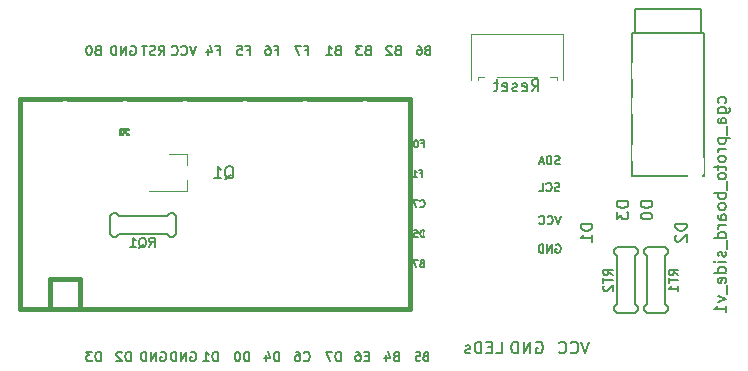
<source format=gbo>
G04 #@! TF.GenerationSoftware,KiCad,Pcbnew,(5.1.9)-1*
G04 #@! TF.CreationDate,2021-05-27T01:04:45-06:00*
G04 #@! TF.ProjectId,cga_proto_boards,6367615f-7072-46f7-946f-5f626f617264,rev?*
G04 #@! TF.SameCoordinates,Original*
G04 #@! TF.FileFunction,Legend,Bot*
G04 #@! TF.FilePolarity,Positive*
%FSLAX46Y46*%
G04 Gerber Fmt 4.6, Leading zero omitted, Abs format (unit mm)*
G04 Created by KiCad (PCBNEW (5.1.9)-1) date 2021-05-27 01:04:45*
%MOMM*%
%LPD*%
G01*
G04 APERTURE LIST*
%ADD10C,0.150000*%
%ADD11C,0.120000*%
%ADD12C,0.381000*%
%ADD13C,0.200000*%
%ADD14O,1.600000X2.200000*%
%ADD15C,1.500000*%
%ADD16C,1.600000*%
%ADD17R,1.200000X1.500000*%
%ADD18R,1.500000X1.200000*%
%ADD19C,1.200000*%
%ADD20C,2.100000*%
%ADD21C,1.750000*%
%ADD22C,0.402000*%
%ADD23C,1.752600*%
%ADD24C,0.700000*%
%ADD25C,4.400000*%
%ADD26R,1.900000X0.800000*%
%ADD27R,1.752600X1.752600*%
%ADD28O,1.700000X1.700000*%
%ADD29C,1.700000*%
%ADD30R,1.700000X1.700000*%
G04 APERTURE END LIST*
D10*
X86129761Y-23424642D02*
X86177380Y-23329404D01*
X86177380Y-23138928D01*
X86129761Y-23043690D01*
X86082142Y-22996071D01*
X85986904Y-22948452D01*
X85701190Y-22948452D01*
X85605952Y-22996071D01*
X85558333Y-23043690D01*
X85510714Y-23138928D01*
X85510714Y-23329404D01*
X85558333Y-23424642D01*
X85510714Y-24281785D02*
X86320238Y-24281785D01*
X86415476Y-24234166D01*
X86463095Y-24186547D01*
X86510714Y-24091309D01*
X86510714Y-23948452D01*
X86463095Y-23853214D01*
X86129761Y-24281785D02*
X86177380Y-24186547D01*
X86177380Y-23996071D01*
X86129761Y-23900833D01*
X86082142Y-23853214D01*
X85986904Y-23805595D01*
X85701190Y-23805595D01*
X85605952Y-23853214D01*
X85558333Y-23900833D01*
X85510714Y-23996071D01*
X85510714Y-24186547D01*
X85558333Y-24281785D01*
X86177380Y-25186547D02*
X85653571Y-25186547D01*
X85558333Y-25138928D01*
X85510714Y-25043690D01*
X85510714Y-24853214D01*
X85558333Y-24757976D01*
X86129761Y-25186547D02*
X86177380Y-25091309D01*
X86177380Y-24853214D01*
X86129761Y-24757976D01*
X86034523Y-24710357D01*
X85939285Y-24710357D01*
X85844047Y-24757976D01*
X85796428Y-24853214D01*
X85796428Y-25091309D01*
X85748809Y-25186547D01*
X86272619Y-25424642D02*
X86272619Y-26186547D01*
X85510714Y-26424642D02*
X86510714Y-26424642D01*
X85558333Y-26424642D02*
X85510714Y-26519880D01*
X85510714Y-26710357D01*
X85558333Y-26805595D01*
X85605952Y-26853214D01*
X85701190Y-26900833D01*
X85986904Y-26900833D01*
X86082142Y-26853214D01*
X86129761Y-26805595D01*
X86177380Y-26710357D01*
X86177380Y-26519880D01*
X86129761Y-26424642D01*
X86177380Y-27329404D02*
X85510714Y-27329404D01*
X85701190Y-27329404D02*
X85605952Y-27377023D01*
X85558333Y-27424642D01*
X85510714Y-27519880D01*
X85510714Y-27615119D01*
X86177380Y-28091309D02*
X86129761Y-27996071D01*
X86082142Y-27948452D01*
X85986904Y-27900833D01*
X85701190Y-27900833D01*
X85605952Y-27948452D01*
X85558333Y-27996071D01*
X85510714Y-28091309D01*
X85510714Y-28234166D01*
X85558333Y-28329404D01*
X85605952Y-28377023D01*
X85701190Y-28424642D01*
X85986904Y-28424642D01*
X86082142Y-28377023D01*
X86129761Y-28329404D01*
X86177380Y-28234166D01*
X86177380Y-28091309D01*
X85510714Y-28710357D02*
X85510714Y-29091309D01*
X85177380Y-28853214D02*
X86034523Y-28853214D01*
X86129761Y-28900833D01*
X86177380Y-28996071D01*
X86177380Y-29091309D01*
X86177380Y-29567500D02*
X86129761Y-29472261D01*
X86082142Y-29424642D01*
X85986904Y-29377023D01*
X85701190Y-29377023D01*
X85605952Y-29424642D01*
X85558333Y-29472261D01*
X85510714Y-29567500D01*
X85510714Y-29710357D01*
X85558333Y-29805595D01*
X85605952Y-29853214D01*
X85701190Y-29900833D01*
X85986904Y-29900833D01*
X86082142Y-29853214D01*
X86129761Y-29805595D01*
X86177380Y-29710357D01*
X86177380Y-29567500D01*
X86272619Y-30091309D02*
X86272619Y-30853214D01*
X86177380Y-31091309D02*
X85177380Y-31091309D01*
X85558333Y-31091309D02*
X85510714Y-31186547D01*
X85510714Y-31377023D01*
X85558333Y-31472261D01*
X85605952Y-31519880D01*
X85701190Y-31567500D01*
X85986904Y-31567500D01*
X86082142Y-31519880D01*
X86129761Y-31472261D01*
X86177380Y-31377023D01*
X86177380Y-31186547D01*
X86129761Y-31091309D01*
X86177380Y-32138928D02*
X86129761Y-32043690D01*
X86082142Y-31996071D01*
X85986904Y-31948452D01*
X85701190Y-31948452D01*
X85605952Y-31996071D01*
X85558333Y-32043690D01*
X85510714Y-32138928D01*
X85510714Y-32281785D01*
X85558333Y-32377023D01*
X85605952Y-32424642D01*
X85701190Y-32472261D01*
X85986904Y-32472261D01*
X86082142Y-32424642D01*
X86129761Y-32377023D01*
X86177380Y-32281785D01*
X86177380Y-32138928D01*
X86177380Y-33329404D02*
X85653571Y-33329404D01*
X85558333Y-33281785D01*
X85510714Y-33186547D01*
X85510714Y-32996071D01*
X85558333Y-32900833D01*
X86129761Y-33329404D02*
X86177380Y-33234166D01*
X86177380Y-32996071D01*
X86129761Y-32900833D01*
X86034523Y-32853214D01*
X85939285Y-32853214D01*
X85844047Y-32900833D01*
X85796428Y-32996071D01*
X85796428Y-33234166D01*
X85748809Y-33329404D01*
X86177380Y-33805595D02*
X85510714Y-33805595D01*
X85701190Y-33805595D02*
X85605952Y-33853214D01*
X85558333Y-33900833D01*
X85510714Y-33996071D01*
X85510714Y-34091309D01*
X86177380Y-34853214D02*
X85177380Y-34853214D01*
X86129761Y-34853214D02*
X86177380Y-34757976D01*
X86177380Y-34567500D01*
X86129761Y-34472261D01*
X86082142Y-34424642D01*
X85986904Y-34377023D01*
X85701190Y-34377023D01*
X85605952Y-34424642D01*
X85558333Y-34472261D01*
X85510714Y-34567500D01*
X85510714Y-34757976D01*
X85558333Y-34853214D01*
X86272619Y-35091309D02*
X86272619Y-35853214D01*
X86129761Y-36043690D02*
X86177380Y-36138928D01*
X86177380Y-36329404D01*
X86129761Y-36424642D01*
X86034523Y-36472261D01*
X85986904Y-36472261D01*
X85891666Y-36424642D01*
X85844047Y-36329404D01*
X85844047Y-36186547D01*
X85796428Y-36091309D01*
X85701190Y-36043690D01*
X85653571Y-36043690D01*
X85558333Y-36091309D01*
X85510714Y-36186547D01*
X85510714Y-36329404D01*
X85558333Y-36424642D01*
X86177380Y-36900833D02*
X85510714Y-36900833D01*
X85177380Y-36900833D02*
X85225000Y-36853214D01*
X85272619Y-36900833D01*
X85225000Y-36948452D01*
X85177380Y-36900833D01*
X85272619Y-36900833D01*
X86177380Y-37805595D02*
X85177380Y-37805595D01*
X86129761Y-37805595D02*
X86177380Y-37710357D01*
X86177380Y-37519880D01*
X86129761Y-37424642D01*
X86082142Y-37377023D01*
X85986904Y-37329404D01*
X85701190Y-37329404D01*
X85605952Y-37377023D01*
X85558333Y-37424642D01*
X85510714Y-37519880D01*
X85510714Y-37710357D01*
X85558333Y-37805595D01*
X86129761Y-38662738D02*
X86177380Y-38567500D01*
X86177380Y-38377023D01*
X86129761Y-38281785D01*
X86034523Y-38234166D01*
X85653571Y-38234166D01*
X85558333Y-38281785D01*
X85510714Y-38377023D01*
X85510714Y-38567500D01*
X85558333Y-38662738D01*
X85653571Y-38710357D01*
X85748809Y-38710357D01*
X85844047Y-38234166D01*
X86272619Y-38900833D02*
X86272619Y-39662738D01*
X85510714Y-39805595D02*
X86177380Y-40043690D01*
X85510714Y-40281785D01*
X86177380Y-41186547D02*
X86177380Y-40615119D01*
X86177380Y-40900833D02*
X85177380Y-40900833D01*
X85320238Y-40805595D01*
X85415476Y-40710357D01*
X85463095Y-40615119D01*
X79954380Y-31773904D02*
X78954380Y-31773904D01*
X78954380Y-32012000D01*
X79002000Y-32154857D01*
X79097238Y-32250095D01*
X79192476Y-32297714D01*
X79382952Y-32345333D01*
X79525809Y-32345333D01*
X79716285Y-32297714D01*
X79811523Y-32250095D01*
X79906761Y-32154857D01*
X79954380Y-32012000D01*
X79954380Y-31773904D01*
X78954380Y-32964380D02*
X78954380Y-33059619D01*
X79002000Y-33154857D01*
X79049619Y-33202476D01*
X79144857Y-33250095D01*
X79335333Y-33297714D01*
X79573428Y-33297714D01*
X79763904Y-33250095D01*
X79859142Y-33202476D01*
X79906761Y-33154857D01*
X79954380Y-33059619D01*
X79954380Y-32964380D01*
X79906761Y-32869142D01*
X79859142Y-32821523D01*
X79763904Y-32773904D01*
X79573428Y-32726285D01*
X79335333Y-32726285D01*
X79144857Y-32773904D01*
X79049619Y-32821523D01*
X79002000Y-32869142D01*
X78954380Y-32964380D01*
X82875380Y-33678904D02*
X81875380Y-33678904D01*
X81875380Y-33917000D01*
X81923000Y-34059857D01*
X82018238Y-34155095D01*
X82113476Y-34202714D01*
X82303952Y-34250333D01*
X82446809Y-34250333D01*
X82637285Y-34202714D01*
X82732523Y-34155095D01*
X82827761Y-34059857D01*
X82875380Y-33917000D01*
X82875380Y-33678904D01*
X81970619Y-34631285D02*
X81923000Y-34678904D01*
X81875380Y-34774142D01*
X81875380Y-35012238D01*
X81923000Y-35107476D01*
X81970619Y-35155095D01*
X82065857Y-35202714D01*
X82161095Y-35202714D01*
X82303952Y-35155095D01*
X82875380Y-34583666D01*
X82875380Y-35202714D01*
X77922380Y-31773904D02*
X76922380Y-31773904D01*
X76922380Y-32012000D01*
X76970000Y-32154857D01*
X77065238Y-32250095D01*
X77160476Y-32297714D01*
X77350952Y-32345333D01*
X77493809Y-32345333D01*
X77684285Y-32297714D01*
X77779523Y-32250095D01*
X77874761Y-32154857D01*
X77922380Y-32012000D01*
X77922380Y-31773904D01*
X76922380Y-32678666D02*
X76922380Y-33297714D01*
X77303333Y-32964380D01*
X77303333Y-33107238D01*
X77350952Y-33202476D01*
X77398571Y-33250095D01*
X77493809Y-33297714D01*
X77731904Y-33297714D01*
X77827142Y-33250095D01*
X77874761Y-33202476D01*
X77922380Y-33107238D01*
X77922380Y-32821523D01*
X77874761Y-32726285D01*
X77827142Y-32678666D01*
X74874380Y-33678904D02*
X73874380Y-33678904D01*
X73874380Y-33917000D01*
X73922000Y-34059857D01*
X74017238Y-34155095D01*
X74112476Y-34202714D01*
X74302952Y-34250333D01*
X74445809Y-34250333D01*
X74636285Y-34202714D01*
X74731523Y-34155095D01*
X74826761Y-34059857D01*
X74874380Y-33917000D01*
X74874380Y-33678904D01*
X74874380Y-35202714D02*
X74874380Y-34631285D01*
X74874380Y-34917000D02*
X73874380Y-34917000D01*
X74017238Y-34821761D01*
X74112476Y-34726523D01*
X74160095Y-34631285D01*
X71780333Y-35464000D02*
X71847000Y-35430666D01*
X71947000Y-35430666D01*
X72047000Y-35464000D01*
X72113666Y-35530666D01*
X72147000Y-35597333D01*
X72180333Y-35730666D01*
X72180333Y-35830666D01*
X72147000Y-35964000D01*
X72113666Y-36030666D01*
X72047000Y-36097333D01*
X71947000Y-36130666D01*
X71880333Y-36130666D01*
X71780333Y-36097333D01*
X71747000Y-36064000D01*
X71747000Y-35830666D01*
X71880333Y-35830666D01*
X71447000Y-36130666D02*
X71447000Y-35430666D01*
X71047000Y-36130666D01*
X71047000Y-35430666D01*
X70713666Y-36130666D02*
X70713666Y-35430666D01*
X70547000Y-35430666D01*
X70447000Y-35464000D01*
X70380333Y-35530666D01*
X70347000Y-35597333D01*
X70313666Y-35730666D01*
X70313666Y-35830666D01*
X70347000Y-35964000D01*
X70380333Y-36030666D01*
X70447000Y-36097333D01*
X70547000Y-36130666D01*
X70713666Y-36130666D01*
X72180333Y-33017666D02*
X71947000Y-33717666D01*
X71713666Y-33017666D01*
X71080333Y-33651000D02*
X71113666Y-33684333D01*
X71213666Y-33717666D01*
X71280333Y-33717666D01*
X71380333Y-33684333D01*
X71447000Y-33617666D01*
X71480333Y-33551000D01*
X71513666Y-33417666D01*
X71513666Y-33317666D01*
X71480333Y-33184333D01*
X71447000Y-33117666D01*
X71380333Y-33051000D01*
X71280333Y-33017666D01*
X71213666Y-33017666D01*
X71113666Y-33051000D01*
X71080333Y-33084333D01*
X70380333Y-33651000D02*
X70413666Y-33684333D01*
X70513666Y-33717666D01*
X70580333Y-33717666D01*
X70680333Y-33684333D01*
X70747000Y-33617666D01*
X70780333Y-33551000D01*
X70813666Y-33417666D01*
X70813666Y-33317666D01*
X70780333Y-33184333D01*
X70747000Y-33117666D01*
X70680333Y-33051000D01*
X70580333Y-33017666D01*
X70513666Y-33017666D01*
X70413666Y-33051000D01*
X70380333Y-33084333D01*
X72080333Y-30890333D02*
X71980333Y-30923666D01*
X71813666Y-30923666D01*
X71747000Y-30890333D01*
X71713666Y-30857000D01*
X71680333Y-30790333D01*
X71680333Y-30723666D01*
X71713666Y-30657000D01*
X71747000Y-30623666D01*
X71813666Y-30590333D01*
X71947000Y-30557000D01*
X72013666Y-30523666D01*
X72047000Y-30490333D01*
X72080333Y-30423666D01*
X72080333Y-30357000D01*
X72047000Y-30290333D01*
X72013666Y-30257000D01*
X71947000Y-30223666D01*
X71780333Y-30223666D01*
X71680333Y-30257000D01*
X70980333Y-30857000D02*
X71013666Y-30890333D01*
X71113666Y-30923666D01*
X71180333Y-30923666D01*
X71280333Y-30890333D01*
X71347000Y-30823666D01*
X71380333Y-30757000D01*
X71413666Y-30623666D01*
X71413666Y-30523666D01*
X71380333Y-30390333D01*
X71347000Y-30323666D01*
X71280333Y-30257000D01*
X71180333Y-30223666D01*
X71113666Y-30223666D01*
X71013666Y-30257000D01*
X70980333Y-30290333D01*
X70347000Y-30923666D02*
X70680333Y-30923666D01*
X70680333Y-30223666D01*
X72097000Y-28604333D02*
X71997000Y-28637666D01*
X71830333Y-28637666D01*
X71763666Y-28604333D01*
X71730333Y-28571000D01*
X71697000Y-28504333D01*
X71697000Y-28437666D01*
X71730333Y-28371000D01*
X71763666Y-28337666D01*
X71830333Y-28304333D01*
X71963666Y-28271000D01*
X72030333Y-28237666D01*
X72063666Y-28204333D01*
X72097000Y-28137666D01*
X72097000Y-28071000D01*
X72063666Y-28004333D01*
X72030333Y-27971000D01*
X71963666Y-27937666D01*
X71797000Y-27937666D01*
X71697000Y-27971000D01*
X71397000Y-28637666D02*
X71397000Y-27937666D01*
X71230333Y-27937666D01*
X71130333Y-27971000D01*
X71063666Y-28037666D01*
X71030333Y-28104333D01*
X70997000Y-28237666D01*
X70997000Y-28337666D01*
X71030333Y-28471000D01*
X71063666Y-28537666D01*
X71130333Y-28604333D01*
X71230333Y-28637666D01*
X71397000Y-28637666D01*
X70730333Y-28437666D02*
X70397000Y-28437666D01*
X70797000Y-28637666D02*
X70563666Y-27937666D01*
X70330333Y-28637666D01*
G04 #@! TO.C,T1*
X78244000Y-17526000D02*
X78244000Y-29626000D01*
X78244000Y-17526000D02*
X84344000Y-17526000D01*
X84344000Y-17526000D02*
X84344000Y-29626000D01*
X78244000Y-29626000D02*
X84344000Y-29626000D01*
X78494000Y-17526000D02*
X78494000Y-15526000D01*
X78494000Y-15526000D02*
X84094000Y-15526000D01*
X84094000Y-17526000D02*
X84094000Y-15526000D01*
G04 #@! TO.C,RT2*
X78740000Y-36195000D02*
X78740000Y-35941000D01*
X78486000Y-36449000D02*
X78740000Y-36195000D01*
X78740000Y-40767000D02*
X78486000Y-40513000D01*
X76708000Y-41021000D02*
X76962000Y-41275000D01*
X76708000Y-35941000D02*
X76708000Y-36195000D01*
X76962000Y-40513000D02*
X76708000Y-40767000D01*
X76962000Y-35687000D02*
X76708000Y-35941000D01*
X76962000Y-41275000D02*
X78486000Y-41275000D01*
X78486000Y-40513000D02*
X78486000Y-36449000D01*
X78740000Y-41021000D02*
X78740000Y-40767000D01*
X76708000Y-40767000D02*
X76708000Y-41021000D01*
X76962000Y-36449000D02*
X76962000Y-40513000D01*
X76708000Y-36195000D02*
X76962000Y-36449000D01*
X78740000Y-35941000D02*
X78486000Y-35687000D01*
X78486000Y-35687000D02*
X76962000Y-35687000D01*
X78486000Y-41275000D02*
X78740000Y-41021000D01*
G04 #@! TO.C,RT1*
X81280000Y-36195000D02*
X81280000Y-35941000D01*
X81026000Y-36449000D02*
X81280000Y-36195000D01*
X81280000Y-40767000D02*
X81026000Y-40513000D01*
X79248000Y-41021000D02*
X79502000Y-41275000D01*
X79248000Y-35941000D02*
X79248000Y-36195000D01*
X79502000Y-40513000D02*
X79248000Y-40767000D01*
X79502000Y-35687000D02*
X79248000Y-35941000D01*
X79502000Y-41275000D02*
X81026000Y-41275000D01*
X81026000Y-40513000D02*
X81026000Y-36449000D01*
X81280000Y-41021000D02*
X81280000Y-40767000D01*
X79248000Y-40767000D02*
X79248000Y-41021000D01*
X79502000Y-36449000D02*
X79502000Y-40513000D01*
X79248000Y-36195000D02*
X79502000Y-36449000D01*
X81280000Y-35941000D02*
X81026000Y-35687000D01*
X81026000Y-35687000D02*
X79502000Y-35687000D01*
X81026000Y-41275000D02*
X81280000Y-41021000D01*
G04 #@! TO.C,RQ1*
X34544000Y-32766000D02*
X34290000Y-32766000D01*
X34798000Y-33020000D02*
X34544000Y-32766000D01*
X39116000Y-32766000D02*
X38862000Y-33020000D01*
X39370000Y-34798000D02*
X39624000Y-34544000D01*
X34290000Y-34798000D02*
X34544000Y-34798000D01*
X38862000Y-34544000D02*
X39116000Y-34798000D01*
X34036000Y-34544000D02*
X34290000Y-34798000D01*
X39624000Y-34544000D02*
X39624000Y-33020000D01*
X38862000Y-33020000D02*
X34798000Y-33020000D01*
X39370000Y-32766000D02*
X39116000Y-32766000D01*
X39116000Y-34798000D02*
X39370000Y-34798000D01*
X34798000Y-34544000D02*
X38862000Y-34544000D01*
X34544000Y-34798000D02*
X34798000Y-34544000D01*
X34290000Y-32766000D02*
X34036000Y-33020000D01*
X34036000Y-33020000D02*
X34036000Y-34544000D01*
X39624000Y-33020000D02*
X39370000Y-32766000D01*
D11*
G04 #@! TO.C,Reset*
X71833000Y-21290000D02*
X71833000Y-21520000D01*
X72353000Y-17620000D02*
X64633000Y-17620000D01*
X64633000Y-17620000D02*
X64633000Y-21520000D01*
X72353000Y-17620000D02*
X72353000Y-21520000D01*
X65153000Y-21290000D02*
X65153000Y-21520000D01*
X65693000Y-21290000D02*
X65153000Y-21290000D01*
X71833000Y-21290000D02*
X71293000Y-21290000D01*
X70193000Y-21290000D02*
X66793000Y-21290000D01*
G04 #@! TO.C,Q1*
X40511000Y-27757000D02*
X40511000Y-28687000D01*
X40511000Y-30917000D02*
X40511000Y-29987000D01*
X40511000Y-30917000D02*
X37351000Y-30917000D01*
X40511000Y-27757000D02*
X39051000Y-27757000D01*
D12*
G04 #@! TO.C,U1*
X28956000Y-38354000D02*
X28956000Y-40894000D01*
X26416000Y-23114000D02*
X26416000Y-40894000D01*
X26416000Y-40894000D02*
X59436000Y-40894000D01*
X59436000Y-40894000D02*
X59436000Y-23114000D01*
X59436000Y-23114000D02*
X26416000Y-23114000D01*
D10*
G36*
X34845030Y-26159365D02*
G01*
X34945030Y-26159365D01*
X34945030Y-25659365D01*
X34845030Y-25659365D01*
X34845030Y-26159365D01*
G37*
X34845030Y-26159365D02*
X34945030Y-26159365D01*
X34945030Y-25659365D01*
X34845030Y-25659365D01*
X34845030Y-26159365D01*
G36*
X34845030Y-26159365D02*
G01*
X35145030Y-26159365D01*
X35145030Y-26059365D01*
X34845030Y-26059365D01*
X34845030Y-26159365D01*
G37*
X34845030Y-26159365D02*
X35145030Y-26159365D01*
X35145030Y-26059365D01*
X34845030Y-26059365D01*
X34845030Y-26159365D01*
G36*
X35445030Y-26159365D02*
G01*
X35645030Y-26159365D01*
X35645030Y-26059365D01*
X35445030Y-26059365D01*
X35445030Y-26159365D01*
G37*
X35445030Y-26159365D02*
X35645030Y-26159365D01*
X35645030Y-26059365D01*
X35445030Y-26059365D01*
X35445030Y-26159365D01*
G36*
X34845030Y-25759365D02*
G01*
X35645030Y-25759365D01*
X35645030Y-25659365D01*
X34845030Y-25659365D01*
X34845030Y-25759365D01*
G37*
X34845030Y-25759365D02*
X35645030Y-25759365D01*
X35645030Y-25659365D01*
X34845030Y-25659365D01*
X34845030Y-25759365D01*
G36*
X35245030Y-25959365D02*
G01*
X35345030Y-25959365D01*
X35345030Y-25859365D01*
X35245030Y-25859365D01*
X35245030Y-25959365D01*
G37*
X35245030Y-25959365D02*
X35345030Y-25959365D01*
X35345030Y-25859365D01*
X35245030Y-25859365D01*
X35245030Y-25959365D01*
D12*
X28956000Y-38354000D02*
X31496000Y-38354000D01*
X31496000Y-38354000D02*
X31496000Y-40894000D01*
G04 #@! TO.C,*
D13*
X66706619Y-44648380D02*
X67182809Y-44648380D01*
X67182809Y-43648380D01*
X66373285Y-44124571D02*
X66039952Y-44124571D01*
X65897095Y-44648380D02*
X66373285Y-44648380D01*
X66373285Y-43648380D01*
X65897095Y-43648380D01*
X65468523Y-44648380D02*
X65468523Y-43648380D01*
X65230428Y-43648380D01*
X65087571Y-43696000D01*
X64992333Y-43791238D01*
X64944714Y-43886476D01*
X64897095Y-44076952D01*
X64897095Y-44219809D01*
X64944714Y-44410285D01*
X64992333Y-44505523D01*
X65087571Y-44600761D01*
X65230428Y-44648380D01*
X65468523Y-44648380D01*
X64516142Y-44600761D02*
X64420904Y-44648380D01*
X64230428Y-44648380D01*
X64135190Y-44600761D01*
X64087571Y-44505523D01*
X64087571Y-44457904D01*
X64135190Y-44362666D01*
X64230428Y-44315047D01*
X64373285Y-44315047D01*
X64468523Y-44267428D01*
X64516142Y-44172190D01*
X64516142Y-44124571D01*
X64468523Y-44029333D01*
X64373285Y-43981714D01*
X64230428Y-43981714D01*
X64135190Y-44029333D01*
X74612333Y-43648380D02*
X74279000Y-44648380D01*
X73945666Y-43648380D01*
X73040904Y-44553142D02*
X73088523Y-44600761D01*
X73231380Y-44648380D01*
X73326619Y-44648380D01*
X73469476Y-44600761D01*
X73564714Y-44505523D01*
X73612333Y-44410285D01*
X73659952Y-44219809D01*
X73659952Y-44076952D01*
X73612333Y-43886476D01*
X73564714Y-43791238D01*
X73469476Y-43696000D01*
X73326619Y-43648380D01*
X73231380Y-43648380D01*
X73088523Y-43696000D01*
X73040904Y-43743619D01*
X72040904Y-44553142D02*
X72088523Y-44600761D01*
X72231380Y-44648380D01*
X72326619Y-44648380D01*
X72469476Y-44600761D01*
X72564714Y-44505523D01*
X72612333Y-44410285D01*
X72659952Y-44219809D01*
X72659952Y-44076952D01*
X72612333Y-43886476D01*
X72564714Y-43791238D01*
X72469476Y-43696000D01*
X72326619Y-43648380D01*
X72231380Y-43648380D01*
X72088523Y-43696000D01*
X72040904Y-43743619D01*
X70103904Y-43696000D02*
X70199142Y-43648380D01*
X70342000Y-43648380D01*
X70484857Y-43696000D01*
X70580095Y-43791238D01*
X70627714Y-43886476D01*
X70675333Y-44076952D01*
X70675333Y-44219809D01*
X70627714Y-44410285D01*
X70580095Y-44505523D01*
X70484857Y-44600761D01*
X70342000Y-44648380D01*
X70246761Y-44648380D01*
X70103904Y-44600761D01*
X70056285Y-44553142D01*
X70056285Y-44219809D01*
X70246761Y-44219809D01*
X69627714Y-44648380D02*
X69627714Y-43648380D01*
X69056285Y-44648380D01*
X69056285Y-43648380D01*
X68580095Y-44648380D02*
X68580095Y-43648380D01*
X68342000Y-43648380D01*
X68199142Y-43696000D01*
X68103904Y-43791238D01*
X68056285Y-43886476D01*
X68008666Y-44076952D01*
X68008666Y-44219809D01*
X68056285Y-44410285D01*
X68103904Y-44505523D01*
X68199142Y-44600761D01*
X68342000Y-44648380D01*
X68580095Y-44648380D01*
G04 #@! TO.C,RT2*
D10*
X76585904Y-38017504D02*
X76204952Y-37750838D01*
X76585904Y-37560361D02*
X75785904Y-37560361D01*
X75785904Y-37865123D01*
X75824000Y-37941314D01*
X75862095Y-37979409D01*
X75938285Y-38017504D01*
X76052571Y-38017504D01*
X76128761Y-37979409D01*
X76166857Y-37941314D01*
X76204952Y-37865123D01*
X76204952Y-37560361D01*
X75785904Y-38246076D02*
X75785904Y-38703219D01*
X76585904Y-38474647D02*
X75785904Y-38474647D01*
X75862095Y-38931790D02*
X75824000Y-38969885D01*
X75785904Y-39046076D01*
X75785904Y-39236552D01*
X75824000Y-39312742D01*
X75862095Y-39350838D01*
X75938285Y-39388933D01*
X76014476Y-39388933D01*
X76128761Y-39350838D01*
X76585904Y-38893695D01*
X76585904Y-39388933D01*
G04 #@! TO.C,RT1*
X82149904Y-38017504D02*
X81768952Y-37750838D01*
X82149904Y-37560361D02*
X81349904Y-37560361D01*
X81349904Y-37865123D01*
X81388000Y-37941314D01*
X81426095Y-37979409D01*
X81502285Y-38017504D01*
X81616571Y-38017504D01*
X81692761Y-37979409D01*
X81730857Y-37941314D01*
X81768952Y-37865123D01*
X81768952Y-37560361D01*
X81349904Y-38246076D02*
X81349904Y-38703219D01*
X82149904Y-38474647D02*
X81349904Y-38474647D01*
X82149904Y-39388933D02*
X82149904Y-38931790D01*
X82149904Y-39160361D02*
X81349904Y-39160361D01*
X81464190Y-39084171D01*
X81540380Y-39007980D01*
X81578476Y-38931790D01*
G04 #@! TO.C,RQ1*
X37356980Y-35643904D02*
X37623647Y-35262952D01*
X37814123Y-35643904D02*
X37814123Y-34843904D01*
X37509361Y-34843904D01*
X37433171Y-34882000D01*
X37395076Y-34920095D01*
X37356980Y-34996285D01*
X37356980Y-35110571D01*
X37395076Y-35186761D01*
X37433171Y-35224857D01*
X37509361Y-35262952D01*
X37814123Y-35262952D01*
X36480790Y-35720095D02*
X36556980Y-35682000D01*
X36633171Y-35605809D01*
X36747457Y-35491523D01*
X36823647Y-35453428D01*
X36899838Y-35453428D01*
X36861742Y-35643904D02*
X36937933Y-35605809D01*
X37014123Y-35529619D01*
X37052219Y-35377238D01*
X37052219Y-35110571D01*
X37014123Y-34958190D01*
X36937933Y-34882000D01*
X36861742Y-34843904D01*
X36709361Y-34843904D01*
X36633171Y-34882000D01*
X36556980Y-34958190D01*
X36518885Y-35110571D01*
X36518885Y-35377238D01*
X36556980Y-35529619D01*
X36633171Y-35605809D01*
X36709361Y-35643904D01*
X36861742Y-35643904D01*
X35756980Y-35643904D02*
X36214123Y-35643904D01*
X35985552Y-35643904D02*
X35985552Y-34843904D01*
X36061742Y-34958190D01*
X36137933Y-35034380D01*
X36214123Y-35072476D01*
G04 #@! TO.C,Reset*
X69731095Y-22452380D02*
X70064428Y-21976190D01*
X70302523Y-22452380D02*
X70302523Y-21452380D01*
X69921571Y-21452380D01*
X69826333Y-21500000D01*
X69778714Y-21547619D01*
X69731095Y-21642857D01*
X69731095Y-21785714D01*
X69778714Y-21880952D01*
X69826333Y-21928571D01*
X69921571Y-21976190D01*
X70302523Y-21976190D01*
X68921571Y-22404761D02*
X69016809Y-22452380D01*
X69207285Y-22452380D01*
X69302523Y-22404761D01*
X69350142Y-22309523D01*
X69350142Y-21928571D01*
X69302523Y-21833333D01*
X69207285Y-21785714D01*
X69016809Y-21785714D01*
X68921571Y-21833333D01*
X68873952Y-21928571D01*
X68873952Y-22023809D01*
X69350142Y-22119047D01*
X68493000Y-22404761D02*
X68397761Y-22452380D01*
X68207285Y-22452380D01*
X68112047Y-22404761D01*
X68064428Y-22309523D01*
X68064428Y-22261904D01*
X68112047Y-22166666D01*
X68207285Y-22119047D01*
X68350142Y-22119047D01*
X68445380Y-22071428D01*
X68493000Y-21976190D01*
X68493000Y-21928571D01*
X68445380Y-21833333D01*
X68350142Y-21785714D01*
X68207285Y-21785714D01*
X68112047Y-21833333D01*
X67254904Y-22404761D02*
X67350142Y-22452380D01*
X67540619Y-22452380D01*
X67635857Y-22404761D01*
X67683476Y-22309523D01*
X67683476Y-21928571D01*
X67635857Y-21833333D01*
X67540619Y-21785714D01*
X67350142Y-21785714D01*
X67254904Y-21833333D01*
X67207285Y-21928571D01*
X67207285Y-22023809D01*
X67683476Y-22119047D01*
X66921571Y-21785714D02*
X66540619Y-21785714D01*
X66778714Y-21452380D02*
X66778714Y-22309523D01*
X66731095Y-22404761D01*
X66635857Y-22452380D01*
X66540619Y-22452380D01*
G04 #@! TO.C,Q1*
X43751488Y-29916369D02*
X43846726Y-29868750D01*
X43941964Y-29773511D01*
X44084821Y-29630654D01*
X44180059Y-29583035D01*
X44275297Y-29583035D01*
X44227678Y-29821130D02*
X44322916Y-29773511D01*
X44418154Y-29678273D01*
X44465773Y-29487797D01*
X44465773Y-29154464D01*
X44418154Y-28963988D01*
X44322916Y-28868750D01*
X44227678Y-28821130D01*
X44037202Y-28821130D01*
X43941964Y-28868750D01*
X43846726Y-28963988D01*
X43799107Y-29154464D01*
X43799107Y-29487797D01*
X43846726Y-29678273D01*
X43941964Y-29773511D01*
X44037202Y-29821130D01*
X44227678Y-29821130D01*
X42846726Y-29821130D02*
X43418154Y-29821130D01*
X43132440Y-29821130D02*
X43132440Y-28821130D01*
X43227678Y-28963988D01*
X43322916Y-29059226D01*
X43418154Y-29106845D01*
G04 #@! TO.C,U1*
X35769476Y-45319904D02*
X35769476Y-44519904D01*
X35579000Y-44519904D01*
X35464714Y-44558000D01*
X35388523Y-44634190D01*
X35350428Y-44710380D01*
X35312333Y-44862761D01*
X35312333Y-44977047D01*
X35350428Y-45129428D01*
X35388523Y-45205619D01*
X35464714Y-45281809D01*
X35579000Y-45319904D01*
X35769476Y-45319904D01*
X35007571Y-44596095D02*
X34969476Y-44558000D01*
X34893285Y-44519904D01*
X34702809Y-44519904D01*
X34626619Y-44558000D01*
X34588523Y-44596095D01*
X34550428Y-44672285D01*
X34550428Y-44748476D01*
X34588523Y-44862761D01*
X35045666Y-45319904D01*
X34550428Y-45319904D01*
X45802476Y-45319904D02*
X45802476Y-44519904D01*
X45612000Y-44519904D01*
X45497714Y-44558000D01*
X45421523Y-44634190D01*
X45383428Y-44710380D01*
X45345333Y-44862761D01*
X45345333Y-44977047D01*
X45383428Y-45129428D01*
X45421523Y-45205619D01*
X45497714Y-45281809D01*
X45612000Y-45319904D01*
X45802476Y-45319904D01*
X44850095Y-44519904D02*
X44773904Y-44519904D01*
X44697714Y-44558000D01*
X44659619Y-44596095D01*
X44621523Y-44672285D01*
X44583428Y-44824666D01*
X44583428Y-45015142D01*
X44621523Y-45167523D01*
X44659619Y-45243714D01*
X44697714Y-45281809D01*
X44773904Y-45319904D01*
X44850095Y-45319904D01*
X44926285Y-45281809D01*
X44964380Y-45243714D01*
X45002476Y-45167523D01*
X45040571Y-45015142D01*
X45040571Y-44824666D01*
X45002476Y-44672285D01*
X44964380Y-44596095D01*
X44926285Y-44558000D01*
X44850095Y-44519904D01*
X43135476Y-45319904D02*
X43135476Y-44519904D01*
X42945000Y-44519904D01*
X42830714Y-44558000D01*
X42754523Y-44634190D01*
X42716428Y-44710380D01*
X42678333Y-44862761D01*
X42678333Y-44977047D01*
X42716428Y-45129428D01*
X42754523Y-45205619D01*
X42830714Y-45281809D01*
X42945000Y-45319904D01*
X43135476Y-45319904D01*
X41916428Y-45319904D02*
X42373571Y-45319904D01*
X42145000Y-45319904D02*
X42145000Y-44519904D01*
X42221190Y-44634190D01*
X42297380Y-44710380D01*
X42373571Y-44748476D01*
X40868523Y-44558000D02*
X40944714Y-44519904D01*
X41059000Y-44519904D01*
X41173285Y-44558000D01*
X41249476Y-44634190D01*
X41287571Y-44710380D01*
X41325666Y-44862761D01*
X41325666Y-44977047D01*
X41287571Y-45129428D01*
X41249476Y-45205619D01*
X41173285Y-45281809D01*
X41059000Y-45319904D01*
X40982809Y-45319904D01*
X40868523Y-45281809D01*
X40830428Y-45243714D01*
X40830428Y-44977047D01*
X40982809Y-44977047D01*
X40487571Y-45319904D02*
X40487571Y-44519904D01*
X40030428Y-45319904D01*
X40030428Y-44519904D01*
X39649476Y-45319904D02*
X39649476Y-44519904D01*
X39459000Y-44519904D01*
X39344714Y-44558000D01*
X39268523Y-44634190D01*
X39230428Y-44710380D01*
X39192333Y-44862761D01*
X39192333Y-44977047D01*
X39230428Y-45129428D01*
X39268523Y-45205619D01*
X39344714Y-45281809D01*
X39459000Y-45319904D01*
X39649476Y-45319904D01*
X38328523Y-44558000D02*
X38404714Y-44519904D01*
X38519000Y-44519904D01*
X38633285Y-44558000D01*
X38709476Y-44634190D01*
X38747571Y-44710380D01*
X38785666Y-44862761D01*
X38785666Y-44977047D01*
X38747571Y-45129428D01*
X38709476Y-45205619D01*
X38633285Y-45281809D01*
X38519000Y-45319904D01*
X38442809Y-45319904D01*
X38328523Y-45281809D01*
X38290428Y-45243714D01*
X38290428Y-44977047D01*
X38442809Y-44977047D01*
X37947571Y-45319904D02*
X37947571Y-44519904D01*
X37490428Y-45319904D01*
X37490428Y-44519904D01*
X37109476Y-45319904D02*
X37109476Y-44519904D01*
X36919000Y-44519904D01*
X36804714Y-44558000D01*
X36728523Y-44634190D01*
X36690428Y-44710380D01*
X36652333Y-44862761D01*
X36652333Y-44977047D01*
X36690428Y-45129428D01*
X36728523Y-45205619D01*
X36804714Y-45281809D01*
X36919000Y-45319904D01*
X37109476Y-45319904D01*
X48342476Y-45319904D02*
X48342476Y-44519904D01*
X48152000Y-44519904D01*
X48037714Y-44558000D01*
X47961523Y-44634190D01*
X47923428Y-44710380D01*
X47885333Y-44862761D01*
X47885333Y-44977047D01*
X47923428Y-45129428D01*
X47961523Y-45205619D01*
X48037714Y-45281809D01*
X48152000Y-45319904D01*
X48342476Y-45319904D01*
X47199619Y-44786571D02*
X47199619Y-45319904D01*
X47390095Y-44481809D02*
X47580571Y-45053238D01*
X47085333Y-45053238D01*
X50425333Y-45243714D02*
X50463428Y-45281809D01*
X50577714Y-45319904D01*
X50653904Y-45319904D01*
X50768190Y-45281809D01*
X50844380Y-45205619D01*
X50882476Y-45129428D01*
X50920571Y-44977047D01*
X50920571Y-44862761D01*
X50882476Y-44710380D01*
X50844380Y-44634190D01*
X50768190Y-44558000D01*
X50653904Y-44519904D01*
X50577714Y-44519904D01*
X50463428Y-44558000D01*
X50425333Y-44596095D01*
X49739619Y-44519904D02*
X49892000Y-44519904D01*
X49968190Y-44558000D01*
X50006285Y-44596095D01*
X50082476Y-44710380D01*
X50120571Y-44862761D01*
X50120571Y-45167523D01*
X50082476Y-45243714D01*
X50044380Y-45281809D01*
X49968190Y-45319904D01*
X49815809Y-45319904D01*
X49739619Y-45281809D01*
X49701523Y-45243714D01*
X49663428Y-45167523D01*
X49663428Y-44977047D01*
X49701523Y-44900857D01*
X49739619Y-44862761D01*
X49815809Y-44824666D01*
X49968190Y-44824666D01*
X50044380Y-44862761D01*
X50082476Y-44900857D01*
X50120571Y-44977047D01*
X53549476Y-45319904D02*
X53549476Y-44519904D01*
X53359000Y-44519904D01*
X53244714Y-44558000D01*
X53168523Y-44634190D01*
X53130428Y-44710380D01*
X53092333Y-44862761D01*
X53092333Y-44977047D01*
X53130428Y-45129428D01*
X53168523Y-45205619D01*
X53244714Y-45281809D01*
X53359000Y-45319904D01*
X53549476Y-45319904D01*
X52825666Y-44519904D02*
X52292333Y-44519904D01*
X52635190Y-45319904D01*
X55924380Y-44900857D02*
X55657714Y-44900857D01*
X55543428Y-45319904D02*
X55924380Y-45319904D01*
X55924380Y-44519904D01*
X55543428Y-44519904D01*
X54857714Y-44519904D02*
X55010095Y-44519904D01*
X55086285Y-44558000D01*
X55124380Y-44596095D01*
X55200571Y-44710380D01*
X55238666Y-44862761D01*
X55238666Y-45167523D01*
X55200571Y-45243714D01*
X55162476Y-45281809D01*
X55086285Y-45319904D01*
X54933904Y-45319904D01*
X54857714Y-45281809D01*
X54819619Y-45243714D01*
X54781523Y-45167523D01*
X54781523Y-44977047D01*
X54819619Y-44900857D01*
X54857714Y-44862761D01*
X54933904Y-44824666D01*
X55086285Y-44824666D01*
X55162476Y-44862761D01*
X55200571Y-44900857D01*
X55238666Y-44977047D01*
X58235809Y-44900857D02*
X58121523Y-44938952D01*
X58083428Y-44977047D01*
X58045333Y-45053238D01*
X58045333Y-45167523D01*
X58083428Y-45243714D01*
X58121523Y-45281809D01*
X58197714Y-45319904D01*
X58502476Y-45319904D01*
X58502476Y-44519904D01*
X58235809Y-44519904D01*
X58159619Y-44558000D01*
X58121523Y-44596095D01*
X58083428Y-44672285D01*
X58083428Y-44748476D01*
X58121523Y-44824666D01*
X58159619Y-44862761D01*
X58235809Y-44900857D01*
X58502476Y-44900857D01*
X57359619Y-44786571D02*
X57359619Y-45319904D01*
X57550095Y-44481809D02*
X57740571Y-45053238D01*
X57245333Y-45053238D01*
X60735333Y-44908000D02*
X60635333Y-44941333D01*
X60602000Y-44974666D01*
X60568666Y-45041333D01*
X60568666Y-45141333D01*
X60602000Y-45208000D01*
X60635333Y-45241333D01*
X60702000Y-45274666D01*
X60968666Y-45274666D01*
X60968666Y-44574666D01*
X60735333Y-44574666D01*
X60668666Y-44608000D01*
X60635333Y-44641333D01*
X60602000Y-44708000D01*
X60602000Y-44774666D01*
X60635333Y-44841333D01*
X60668666Y-44874666D01*
X60735333Y-44908000D01*
X60968666Y-44908000D01*
X59935333Y-44574666D02*
X60268666Y-44574666D01*
X60302000Y-44908000D01*
X60268666Y-44874666D01*
X60202000Y-44841333D01*
X60035333Y-44841333D01*
X59968666Y-44874666D01*
X59935333Y-44908000D01*
X59902000Y-44974666D01*
X59902000Y-45141333D01*
X59935333Y-45208000D01*
X59968666Y-45241333D01*
X60035333Y-45274666D01*
X60202000Y-45274666D01*
X60268666Y-45241333D01*
X60302000Y-45208000D01*
X55822809Y-18992857D02*
X55708523Y-19030952D01*
X55670428Y-19069047D01*
X55632333Y-19145238D01*
X55632333Y-19259523D01*
X55670428Y-19335714D01*
X55708523Y-19373809D01*
X55784714Y-19411904D01*
X56089476Y-19411904D01*
X56089476Y-18611904D01*
X55822809Y-18611904D01*
X55746619Y-18650000D01*
X55708523Y-18688095D01*
X55670428Y-18764285D01*
X55670428Y-18840476D01*
X55708523Y-18916666D01*
X55746619Y-18954761D01*
X55822809Y-18992857D01*
X56089476Y-18992857D01*
X55365666Y-18611904D02*
X54870428Y-18611904D01*
X55137095Y-18916666D01*
X55022809Y-18916666D01*
X54946619Y-18954761D01*
X54908523Y-18992857D01*
X54870428Y-19069047D01*
X54870428Y-19259523D01*
X54908523Y-19335714D01*
X54946619Y-19373809D01*
X55022809Y-19411904D01*
X55251380Y-19411904D01*
X55327571Y-19373809D01*
X55365666Y-19335714D01*
X53282809Y-18992857D02*
X53168523Y-19030952D01*
X53130428Y-19069047D01*
X53092333Y-19145238D01*
X53092333Y-19259523D01*
X53130428Y-19335714D01*
X53168523Y-19373809D01*
X53244714Y-19411904D01*
X53549476Y-19411904D01*
X53549476Y-18611904D01*
X53282809Y-18611904D01*
X53206619Y-18650000D01*
X53168523Y-18688095D01*
X53130428Y-18764285D01*
X53130428Y-18840476D01*
X53168523Y-18916666D01*
X53206619Y-18954761D01*
X53282809Y-18992857D01*
X53549476Y-18992857D01*
X52330428Y-19411904D02*
X52787571Y-19411904D01*
X52559000Y-19411904D02*
X52559000Y-18611904D01*
X52635190Y-18726190D01*
X52711380Y-18802380D01*
X52787571Y-18840476D01*
X43065666Y-18992857D02*
X43332333Y-18992857D01*
X43332333Y-19411904D02*
X43332333Y-18611904D01*
X42951380Y-18611904D01*
X42303761Y-18878571D02*
X42303761Y-19411904D01*
X42494238Y-18573809D02*
X42684714Y-19145238D01*
X42189476Y-19145238D01*
X41325666Y-18611904D02*
X41059000Y-19411904D01*
X40792333Y-18611904D01*
X40068523Y-19335714D02*
X40106619Y-19373809D01*
X40220904Y-19411904D01*
X40297095Y-19411904D01*
X40411380Y-19373809D01*
X40487571Y-19297619D01*
X40525666Y-19221428D01*
X40563761Y-19069047D01*
X40563761Y-18954761D01*
X40525666Y-18802380D01*
X40487571Y-18726190D01*
X40411380Y-18650000D01*
X40297095Y-18611904D01*
X40220904Y-18611904D01*
X40106619Y-18650000D01*
X40068523Y-18688095D01*
X39268523Y-19335714D02*
X39306619Y-19373809D01*
X39420904Y-19411904D01*
X39497095Y-19411904D01*
X39611380Y-19373809D01*
X39687571Y-19297619D01*
X39725666Y-19221428D01*
X39763761Y-19069047D01*
X39763761Y-18954761D01*
X39725666Y-18802380D01*
X39687571Y-18726190D01*
X39611380Y-18650000D01*
X39497095Y-18611904D01*
X39420904Y-18611904D01*
X39306619Y-18650000D01*
X39268523Y-18688095D01*
X35788523Y-18650000D02*
X35864714Y-18611904D01*
X35979000Y-18611904D01*
X36093285Y-18650000D01*
X36169476Y-18726190D01*
X36207571Y-18802380D01*
X36245666Y-18954761D01*
X36245666Y-19069047D01*
X36207571Y-19221428D01*
X36169476Y-19297619D01*
X36093285Y-19373809D01*
X35979000Y-19411904D01*
X35902809Y-19411904D01*
X35788523Y-19373809D01*
X35750428Y-19335714D01*
X35750428Y-19069047D01*
X35902809Y-19069047D01*
X35407571Y-19411904D02*
X35407571Y-18611904D01*
X34950428Y-19411904D01*
X34950428Y-18611904D01*
X34569476Y-19411904D02*
X34569476Y-18611904D01*
X34379000Y-18611904D01*
X34264714Y-18650000D01*
X34188523Y-18726190D01*
X34150428Y-18802380D01*
X34112333Y-18954761D01*
X34112333Y-19069047D01*
X34150428Y-19221428D01*
X34188523Y-19297619D01*
X34264714Y-19373809D01*
X34379000Y-19411904D01*
X34569476Y-19411904D01*
X32962809Y-18992857D02*
X32848523Y-19030952D01*
X32810428Y-19069047D01*
X32772333Y-19145238D01*
X32772333Y-19259523D01*
X32810428Y-19335714D01*
X32848523Y-19373809D01*
X32924714Y-19411904D01*
X33229476Y-19411904D01*
X33229476Y-18611904D01*
X32962809Y-18611904D01*
X32886619Y-18650000D01*
X32848523Y-18688095D01*
X32810428Y-18764285D01*
X32810428Y-18840476D01*
X32848523Y-18916666D01*
X32886619Y-18954761D01*
X32962809Y-18992857D01*
X33229476Y-18992857D01*
X32277095Y-18611904D02*
X32200904Y-18611904D01*
X32124714Y-18650000D01*
X32086619Y-18688095D01*
X32048523Y-18764285D01*
X32010428Y-18916666D01*
X32010428Y-19107142D01*
X32048523Y-19259523D01*
X32086619Y-19335714D01*
X32124714Y-19373809D01*
X32200904Y-19411904D01*
X32277095Y-19411904D01*
X32353285Y-19373809D01*
X32391380Y-19335714D01*
X32429476Y-19259523D01*
X32467571Y-19107142D01*
X32467571Y-18916666D01*
X32429476Y-18764285D01*
X32391380Y-18688095D01*
X32353285Y-18650000D01*
X32277095Y-18611904D01*
X45605666Y-18992857D02*
X45872333Y-18992857D01*
X45872333Y-19411904D02*
X45872333Y-18611904D01*
X45491380Y-18611904D01*
X44805666Y-18611904D02*
X45186619Y-18611904D01*
X45224714Y-18992857D01*
X45186619Y-18954761D01*
X45110428Y-18916666D01*
X44919952Y-18916666D01*
X44843761Y-18954761D01*
X44805666Y-18992857D01*
X44767571Y-19069047D01*
X44767571Y-19259523D01*
X44805666Y-19335714D01*
X44843761Y-19373809D01*
X44919952Y-19411904D01*
X45110428Y-19411904D01*
X45186619Y-19373809D01*
X45224714Y-19335714D01*
X48018666Y-18992857D02*
X48285333Y-18992857D01*
X48285333Y-19411904D02*
X48285333Y-18611904D01*
X47904380Y-18611904D01*
X47256761Y-18611904D02*
X47409142Y-18611904D01*
X47485333Y-18650000D01*
X47523428Y-18688095D01*
X47599619Y-18802380D01*
X47637714Y-18954761D01*
X47637714Y-19259523D01*
X47599619Y-19335714D01*
X47561523Y-19373809D01*
X47485333Y-19411904D01*
X47332952Y-19411904D01*
X47256761Y-19373809D01*
X47218666Y-19335714D01*
X47180571Y-19259523D01*
X47180571Y-19069047D01*
X47218666Y-18992857D01*
X47256761Y-18954761D01*
X47332952Y-18916666D01*
X47485333Y-18916666D01*
X47561523Y-18954761D01*
X47599619Y-18992857D01*
X47637714Y-19069047D01*
X50558666Y-18992857D02*
X50825333Y-18992857D01*
X50825333Y-19411904D02*
X50825333Y-18611904D01*
X50444380Y-18611904D01*
X50215809Y-18611904D02*
X49682476Y-18611904D01*
X50025333Y-19411904D01*
X58362809Y-18992857D02*
X58248523Y-19030952D01*
X58210428Y-19069047D01*
X58172333Y-19145238D01*
X58172333Y-19259523D01*
X58210428Y-19335714D01*
X58248523Y-19373809D01*
X58324714Y-19411904D01*
X58629476Y-19411904D01*
X58629476Y-18611904D01*
X58362809Y-18611904D01*
X58286619Y-18650000D01*
X58248523Y-18688095D01*
X58210428Y-18764285D01*
X58210428Y-18840476D01*
X58248523Y-18916666D01*
X58286619Y-18954761D01*
X58362809Y-18992857D01*
X58629476Y-18992857D01*
X57867571Y-18688095D02*
X57829476Y-18650000D01*
X57753285Y-18611904D01*
X57562809Y-18611904D01*
X57486619Y-18650000D01*
X57448523Y-18688095D01*
X57410428Y-18764285D01*
X57410428Y-18840476D01*
X57448523Y-18954761D01*
X57905666Y-19411904D01*
X57410428Y-19411904D01*
X33229476Y-45319904D02*
X33229476Y-44519904D01*
X33039000Y-44519904D01*
X32924714Y-44558000D01*
X32848523Y-44634190D01*
X32810428Y-44710380D01*
X32772333Y-44862761D01*
X32772333Y-44977047D01*
X32810428Y-45129428D01*
X32848523Y-45205619D01*
X32924714Y-45281809D01*
X33039000Y-45319904D01*
X33229476Y-45319904D01*
X32505666Y-44519904D02*
X32010428Y-44519904D01*
X32277095Y-44824666D01*
X32162809Y-44824666D01*
X32086619Y-44862761D01*
X32048523Y-44900857D01*
X32010428Y-44977047D01*
X32010428Y-45167523D01*
X32048523Y-45243714D01*
X32086619Y-45281809D01*
X32162809Y-45319904D01*
X32391380Y-45319904D01*
X32467571Y-45281809D01*
X32505666Y-45243714D01*
X38157095Y-19411904D02*
X38423761Y-19030952D01*
X38614238Y-19411904D02*
X38614238Y-18611904D01*
X38309476Y-18611904D01*
X38233285Y-18650000D01*
X38195190Y-18688095D01*
X38157095Y-18764285D01*
X38157095Y-18878571D01*
X38195190Y-18954761D01*
X38233285Y-18992857D01*
X38309476Y-19030952D01*
X38614238Y-19030952D01*
X37852333Y-19373809D02*
X37738047Y-19411904D01*
X37547571Y-19411904D01*
X37471380Y-19373809D01*
X37433285Y-19335714D01*
X37395190Y-19259523D01*
X37395190Y-19183333D01*
X37433285Y-19107142D01*
X37471380Y-19069047D01*
X37547571Y-19030952D01*
X37699952Y-18992857D01*
X37776142Y-18954761D01*
X37814238Y-18916666D01*
X37852333Y-18840476D01*
X37852333Y-18764285D01*
X37814238Y-18688095D01*
X37776142Y-18650000D01*
X37699952Y-18611904D01*
X37509476Y-18611904D01*
X37395190Y-18650000D01*
X37166619Y-18611904D02*
X36709476Y-18611904D01*
X36938047Y-19411904D02*
X36938047Y-18611904D01*
X60440857Y-37041142D02*
X60355142Y-37069714D01*
X60326571Y-37098285D01*
X60298000Y-37155428D01*
X60298000Y-37241142D01*
X60326571Y-37298285D01*
X60355142Y-37326857D01*
X60412285Y-37355428D01*
X60640857Y-37355428D01*
X60640857Y-36755428D01*
X60440857Y-36755428D01*
X60383714Y-36784000D01*
X60355142Y-36812571D01*
X60326571Y-36869714D01*
X60326571Y-36926857D01*
X60355142Y-36984000D01*
X60383714Y-37012571D01*
X60440857Y-37041142D01*
X60640857Y-37041142D01*
X60098000Y-36755428D02*
X59698000Y-36755428D01*
X59955142Y-37355428D01*
X60398000Y-26881142D02*
X60598000Y-26881142D01*
X60598000Y-27195428D02*
X60598000Y-26595428D01*
X60312285Y-26595428D01*
X59969428Y-26595428D02*
X59912285Y-26595428D01*
X59855142Y-26624000D01*
X59826571Y-26652571D01*
X59798000Y-26709714D01*
X59769428Y-26824000D01*
X59769428Y-26966857D01*
X59798000Y-27081142D01*
X59826571Y-27138285D01*
X59855142Y-27166857D01*
X59912285Y-27195428D01*
X59969428Y-27195428D01*
X60026571Y-27166857D01*
X60055142Y-27138285D01*
X60083714Y-27081142D01*
X60112285Y-26966857D01*
X60112285Y-26824000D01*
X60083714Y-26709714D01*
X60055142Y-26652571D01*
X60026571Y-26624000D01*
X59969428Y-26595428D01*
X60862333Y-19000000D02*
X60762333Y-19033333D01*
X60729000Y-19066666D01*
X60695666Y-19133333D01*
X60695666Y-19233333D01*
X60729000Y-19300000D01*
X60762333Y-19333333D01*
X60829000Y-19366666D01*
X61095666Y-19366666D01*
X61095666Y-18666666D01*
X60862333Y-18666666D01*
X60795666Y-18700000D01*
X60762333Y-18733333D01*
X60729000Y-18800000D01*
X60729000Y-18866666D01*
X60762333Y-18933333D01*
X60795666Y-18966666D01*
X60862333Y-19000000D01*
X61095666Y-19000000D01*
X60095666Y-18666666D02*
X60229000Y-18666666D01*
X60295666Y-18700000D01*
X60329000Y-18733333D01*
X60395666Y-18833333D01*
X60429000Y-18966666D01*
X60429000Y-19233333D01*
X60395666Y-19300000D01*
X60362333Y-19333333D01*
X60295666Y-19366666D01*
X60162333Y-19366666D01*
X60095666Y-19333333D01*
X60062333Y-19300000D01*
X60029000Y-19233333D01*
X60029000Y-19066666D01*
X60062333Y-19000000D01*
X60095666Y-18966666D01*
X60162333Y-18933333D01*
X60295666Y-18933333D01*
X60362333Y-18966666D01*
X60395666Y-19000000D01*
X60429000Y-19066666D01*
X60298000Y-32218285D02*
X60326571Y-32246857D01*
X60412285Y-32275428D01*
X60469428Y-32275428D01*
X60555142Y-32246857D01*
X60612285Y-32189714D01*
X60640857Y-32132571D01*
X60669428Y-32018285D01*
X60669428Y-31932571D01*
X60640857Y-31818285D01*
X60612285Y-31761142D01*
X60555142Y-31704000D01*
X60469428Y-31675428D01*
X60412285Y-31675428D01*
X60326571Y-31704000D01*
X60298000Y-31732571D01*
X60098000Y-31675428D02*
X59698000Y-31675428D01*
X59955142Y-32275428D01*
X60271000Y-29421142D02*
X60471000Y-29421142D01*
X60471000Y-29735428D02*
X60471000Y-29135428D01*
X60185285Y-29135428D01*
X59642428Y-29735428D02*
X59985285Y-29735428D01*
X59813857Y-29735428D02*
X59813857Y-29135428D01*
X59871000Y-29221142D01*
X59928142Y-29278285D01*
X59985285Y-29306857D01*
X60640857Y-34815428D02*
X60640857Y-34215428D01*
X60498000Y-34215428D01*
X60412285Y-34244000D01*
X60355142Y-34301142D01*
X60326571Y-34358285D01*
X60298000Y-34472571D01*
X60298000Y-34558285D01*
X60326571Y-34672571D01*
X60355142Y-34729714D01*
X60412285Y-34786857D01*
X60498000Y-34815428D01*
X60640857Y-34815428D01*
X59755142Y-34215428D02*
X60040857Y-34215428D01*
X60069428Y-34501142D01*
X60040857Y-34472571D01*
X59983714Y-34444000D01*
X59840857Y-34444000D01*
X59783714Y-34472571D01*
X59755142Y-34501142D01*
X59726571Y-34558285D01*
X59726571Y-34701142D01*
X59755142Y-34758285D01*
X59783714Y-34786857D01*
X59840857Y-34815428D01*
X59983714Y-34815428D01*
X60040857Y-34786857D01*
X60069428Y-34758285D01*
G04 #@! TD*
%LPC*%
D14*
G04 #@! TO.C,T1*
X78994000Y-23726000D03*
D15*
X76694000Y-19126000D03*
X76694000Y-26126000D03*
D14*
X78994000Y-20726000D03*
X78994000Y-27726000D03*
X74394000Y-28826000D03*
X83594000Y-28826000D03*
D15*
X81294000Y-19126000D03*
X81294000Y-26126000D03*
G04 #@! TD*
D16*
G04 #@! TO.C,RT2*
X77724000Y-42381000D03*
X77724000Y-34581000D03*
D17*
X77724000Y-39831000D03*
X77724000Y-37131000D03*
G04 #@! TD*
D16*
G04 #@! TO.C,RT1*
X80264000Y-42381000D03*
X80264000Y-34581000D03*
D17*
X80264000Y-39831000D03*
X80264000Y-37131000D03*
G04 #@! TD*
D16*
G04 #@! TO.C,RQ1*
X40730000Y-33782000D03*
X32930000Y-33782000D03*
D18*
X38180000Y-33782000D03*
X35480000Y-33782000D03*
G04 #@! TD*
D19*
G04 #@! TO.C,Reset*
X68493000Y-19110000D03*
D20*
X71993000Y-22810000D03*
D21*
X70993000Y-20320000D03*
X65993000Y-20320000D03*
D20*
X64983000Y-22810000D03*
G04 #@! TD*
G04 #@! TO.C,J2*
G36*
G01*
X82083000Y-33262000D02*
X82083000Y-31762000D01*
G75*
G02*
X82084000Y-31761000I1000J0D01*
G01*
X82784000Y-31761000D01*
G75*
G02*
X82785000Y-31762000I0J-1000D01*
G01*
X82785000Y-33262000D01*
G75*
G02*
X82784000Y-33263000I-1000J0D01*
G01*
X82084000Y-33263000D01*
G75*
G02*
X82083000Y-33262000I0J1000D01*
G01*
G37*
G36*
G01*
X81183000Y-33262000D02*
X81183000Y-31762000D01*
G75*
G02*
X81184000Y-31761000I1000J0D01*
G01*
X81884000Y-31761000D01*
G75*
G02*
X81885000Y-31762000I0J-1000D01*
G01*
X81885000Y-33262000D01*
G75*
G02*
X81884000Y-33263000I-1000J0D01*
G01*
X81184000Y-33263000D01*
G75*
G02*
X81183000Y-33262000I0J1000D01*
G01*
G37*
G36*
G01*
X80283000Y-33262000D02*
X80283000Y-31762000D01*
G75*
G02*
X80284000Y-31761000I1000J0D01*
G01*
X80984000Y-31761000D01*
G75*
G02*
X80985000Y-31762000I0J-1000D01*
G01*
X80985000Y-33262000D01*
G75*
G02*
X80984000Y-33263000I-1000J0D01*
G01*
X80284000Y-33263000D01*
G75*
G02*
X80283000Y-33262000I0J1000D01*
G01*
G37*
D22*
X82434000Y-32512000D03*
X81534000Y-32512000D03*
X80634000Y-32512000D03*
G04 #@! TD*
G04 #@! TO.C,J1*
G36*
G01*
X75987000Y-33262000D02*
X75987000Y-31762000D01*
G75*
G02*
X75988000Y-31761000I1000J0D01*
G01*
X76688000Y-31761000D01*
G75*
G02*
X76689000Y-31762000I0J-1000D01*
G01*
X76689000Y-33262000D01*
G75*
G02*
X76688000Y-33263000I-1000J0D01*
G01*
X75988000Y-33263000D01*
G75*
G02*
X75987000Y-33262000I0J1000D01*
G01*
G37*
G36*
G01*
X75087000Y-33262000D02*
X75087000Y-31762000D01*
G75*
G02*
X75088000Y-31761000I1000J0D01*
G01*
X75788000Y-31761000D01*
G75*
G02*
X75789000Y-31762000I0J-1000D01*
G01*
X75789000Y-33262000D01*
G75*
G02*
X75788000Y-33263000I-1000J0D01*
G01*
X75088000Y-33263000D01*
G75*
G02*
X75087000Y-33262000I0J1000D01*
G01*
G37*
G36*
G01*
X74187000Y-33262000D02*
X74187000Y-31762000D01*
G75*
G02*
X74188000Y-31761000I1000J0D01*
G01*
X74888000Y-31761000D01*
G75*
G02*
X74889000Y-31762000I0J-1000D01*
G01*
X74889000Y-33262000D01*
G75*
G02*
X74888000Y-33263000I-1000J0D01*
G01*
X74188000Y-33263000D01*
G75*
G02*
X74187000Y-33262000I0J1000D01*
G01*
G37*
X76338000Y-32512000D03*
X75438000Y-32512000D03*
X74538000Y-32512000D03*
G04 #@! TD*
D23*
G04 #@! TO.C,H3*
X73279000Y-42418000D03*
G04 #@! TD*
G04 #@! TO.C,H2*
X69342000Y-42418000D03*
G04 #@! TD*
G04 #@! TO.C,H1*
X65659000Y-42418000D03*
G04 #@! TD*
D24*
G04 #@! TO.C,Screw4*
X30122726Y-42902274D03*
X28956000Y-42419000D03*
X27789274Y-42902274D03*
X27306000Y-44069000D03*
X27789274Y-45235726D03*
X28956000Y-45719000D03*
X30122726Y-45235726D03*
X30606000Y-44069000D03*
D25*
X28956000Y-44069000D03*
G04 #@! TD*
G04 #@! TO.C,Screw1*
X28956000Y-20193000D03*
D24*
X30606000Y-20193000D03*
X30122726Y-21359726D03*
X28956000Y-21843000D03*
X27789274Y-21359726D03*
X27306000Y-20193000D03*
X27789274Y-19026274D03*
X28956000Y-18543000D03*
X30122726Y-19026274D03*
G04 #@! TD*
G04 #@! TO.C,Screw2*
X88923726Y-19026274D03*
X87757000Y-18543000D03*
X86590274Y-19026274D03*
X86107000Y-20193000D03*
X86590274Y-21359726D03*
X87757000Y-21843000D03*
X88923726Y-21359726D03*
X89407000Y-20193000D03*
D25*
X87757000Y-20193000D03*
G04 #@! TD*
G04 #@! TO.C,Screw3*
X87757000Y-44069000D03*
D24*
X89407000Y-44069000D03*
X88923726Y-45235726D03*
X87757000Y-45719000D03*
X86590274Y-45235726D03*
X86107000Y-44069000D03*
X86590274Y-42902274D03*
X87757000Y-42419000D03*
X88923726Y-42902274D03*
G04 #@! TD*
D26*
G04 #@! TO.C,Q1*
X41251000Y-29337000D03*
X38251000Y-28387000D03*
X38251000Y-30287000D03*
G04 #@! TD*
D27*
G04 #@! TO.C,U1*
X30226000Y-39852600D03*
D23*
X32766000Y-39395400D03*
X35306000Y-39852600D03*
X37846000Y-39395400D03*
X40386000Y-39852600D03*
X42926000Y-39395400D03*
X45466000Y-39852600D03*
X48006000Y-39395400D03*
X50546000Y-39852600D03*
X53086000Y-39395400D03*
X55626000Y-39852600D03*
X58166000Y-24612600D03*
X55626000Y-24155400D03*
X53086000Y-24612600D03*
X50546000Y-24155400D03*
X48006000Y-24612600D03*
X45466000Y-24155400D03*
X42926000Y-24612600D03*
X40386000Y-24155400D03*
X37846000Y-24612600D03*
X35306000Y-24155400D03*
X32766000Y-24612600D03*
X58166000Y-39395400D03*
X30226000Y-24155400D03*
X58394600Y-26924000D03*
X57937400Y-29464000D03*
X58394600Y-32004000D03*
X57937400Y-34544000D03*
X58394600Y-37084000D03*
G04 #@! TD*
D28*
G04 #@! TO.C,O2*
X69215000Y-28067000D03*
X69215000Y-30607000D03*
X69215000Y-33147000D03*
D29*
X69215000Y-35687000D03*
G04 #@! TD*
D28*
G04 #@! TO.C,O1*
X65405000Y-35687000D03*
X65405000Y-33147000D03*
X65405000Y-30607000D03*
D29*
X65405000Y-28067000D03*
G04 #@! TD*
D28*
G04 #@! TO.C,Cs2*
X52909000Y-21056600D03*
X60529000Y-20599400D03*
D29*
X47829000Y-21056600D03*
D28*
X57989000Y-21056600D03*
X50369000Y-20599400D03*
X55449000Y-20599400D03*
X45339000Y-20599400D03*
X42799000Y-21056600D03*
X40259000Y-20599400D03*
X37719000Y-21056600D03*
X35179000Y-20599400D03*
D30*
X32639000Y-21056600D03*
G04 #@! TD*
D28*
G04 #@! TO.C,Cs1*
X52909000Y-43408600D03*
X60529000Y-42951400D03*
D29*
X47829000Y-43408600D03*
D28*
X57989000Y-43408600D03*
X50369000Y-42951400D03*
X55449000Y-42951400D03*
X45339000Y-42951400D03*
X42799000Y-43408600D03*
X40259000Y-42951400D03*
X37719000Y-43408600D03*
X35179000Y-42951400D03*
D30*
X32639000Y-43408600D03*
G04 #@! TD*
D28*
G04 #@! TO.C,Cb1*
X61950600Y-26924000D03*
X61493400Y-29464000D03*
X61950600Y-32004000D03*
X61493400Y-34544000D03*
D29*
X61950600Y-37084000D03*
G04 #@! TD*
M02*

</source>
